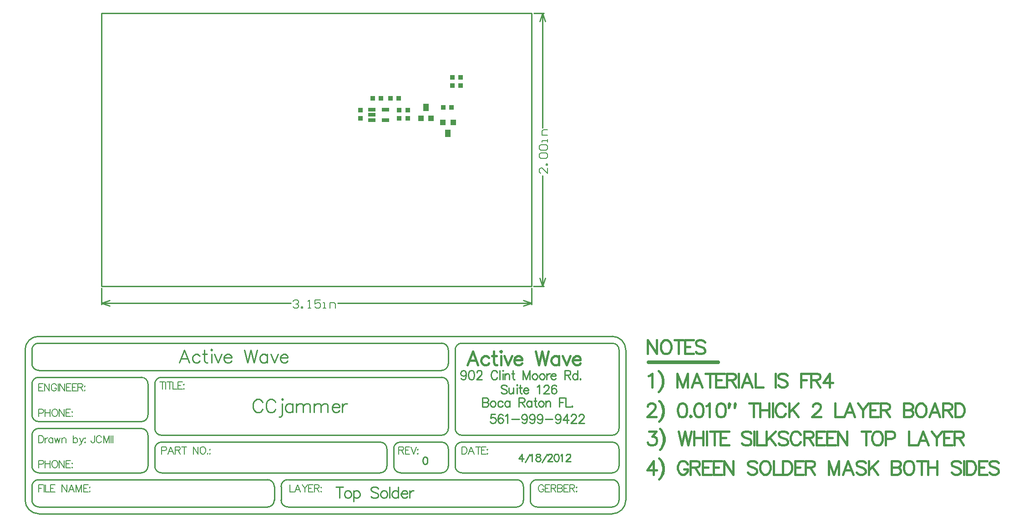
<source format=gts>
%FSLAX25Y25*%
%MOIN*%
G70*
G01*
G75*
G04 Layer_Color=8388736*
%ADD10C,0.02500*%
%ADD11R,0.03000X0.03000*%
%ADD12R,0.03600X0.03600*%
%ADD13R,0.03600X0.05000*%
%ADD14R,0.03000X0.03000*%
%ADD15R,0.05000X0.02000*%
%ADD16C,0.01200*%
%ADD17C,0.01000*%
%ADD18C,0.03000*%
%ADD19C,0.00600*%
%ADD20C,0.00900*%
%ADD21C,0.00500*%
%ADD22C,0.01500*%
%ADD23C,0.00800*%
%ADD24C,0.04000*%
%ADD25R,0.03800X0.03800*%
%ADD26R,0.04400X0.04400*%
%ADD27R,0.04400X0.05800*%
%ADD28R,0.03800X0.03800*%
%ADD29R,0.05600X0.02600*%
D10*
X400800Y-55700D02*
X451800D01*
D17*
X174366Y-147202D02*
Y-155200D01*
X171700Y-147202D02*
X177032D01*
X179889Y-149868D02*
X179127Y-150249D01*
X178365Y-151010D01*
X177984Y-152153D01*
Y-152915D01*
X178365Y-154057D01*
X179127Y-154819D01*
X179889Y-155200D01*
X181031D01*
X181793Y-154819D01*
X182555Y-154057D01*
X182936Y-152915D01*
Y-152153D01*
X182555Y-151010D01*
X181793Y-150249D01*
X181031Y-149868D01*
X179889D01*
X184688D02*
Y-157866D01*
Y-151010D02*
X185449Y-150249D01*
X186211Y-149868D01*
X187354D01*
X188116Y-150249D01*
X188877Y-151010D01*
X189258Y-152153D01*
Y-152915D01*
X188877Y-154057D01*
X188116Y-154819D01*
X187354Y-155200D01*
X186211D01*
X185449Y-154819D01*
X184688Y-154057D01*
X202589Y-148344D02*
X201827Y-147583D01*
X200684Y-147202D01*
X199161D01*
X198018Y-147583D01*
X197256Y-148344D01*
Y-149106D01*
X197637Y-149868D01*
X198018Y-150249D01*
X198780Y-150629D01*
X201065Y-151391D01*
X201827Y-151772D01*
X202208Y-152153D01*
X202589Y-152915D01*
Y-154057D01*
X201827Y-154819D01*
X200684Y-155200D01*
X199161D01*
X198018Y-154819D01*
X197256Y-154057D01*
X206283Y-149868D02*
X205521Y-150249D01*
X204760Y-151010D01*
X204379Y-152153D01*
Y-152915D01*
X204760Y-154057D01*
X205521Y-154819D01*
X206283Y-155200D01*
X207426D01*
X208187Y-154819D01*
X208949Y-154057D01*
X209330Y-152915D01*
Y-152153D01*
X208949Y-151010D01*
X208187Y-150249D01*
X207426Y-149868D01*
X206283D01*
X211082Y-147202D02*
Y-155200D01*
X217328Y-147202D02*
Y-155200D01*
Y-151010D02*
X216567Y-150249D01*
X215805Y-149868D01*
X214662D01*
X213900Y-150249D01*
X213139Y-151010D01*
X212758Y-152153D01*
Y-152915D01*
X213139Y-154057D01*
X213900Y-154819D01*
X214662Y-155200D01*
X215805D01*
X216567Y-154819D01*
X217328Y-154057D01*
X219461Y-152153D02*
X224032D01*
Y-151391D01*
X223651Y-150629D01*
X223270Y-150249D01*
X222508Y-149868D01*
X221366D01*
X220604Y-150249D01*
X219842Y-151010D01*
X219461Y-152153D01*
Y-152915D01*
X219842Y-154057D01*
X220604Y-154819D01*
X221366Y-155200D01*
X222508D01*
X223270Y-154819D01*
X224032Y-154057D01*
X225746Y-149868D02*
Y-155200D01*
Y-152153D02*
X226127Y-151010D01*
X226888Y-150249D01*
X227650Y-149868D01*
X228793D01*
X315000Y-13500D02*
Y-1500D01*
X0Y-13500D02*
Y-1500D01*
X172995Y-12500D02*
X315000D01*
X0D02*
X138805D01*
X309000Y-10500D02*
X315000Y-12500D01*
X309000Y-14500D02*
X315000Y-12500D01*
X0D02*
X6000Y-14500D01*
X0Y-12500D02*
X6000Y-10500D01*
X316500Y200000D02*
X324000D01*
X316461Y0D02*
X324000D01*
X323000Y115995D02*
Y200000D01*
Y0D02*
Y80805D01*
X321000Y194000D02*
X323000Y200000D01*
X325000Y194000D01*
X323000Y0D02*
X325000Y6000D01*
X321000D02*
X323000Y0D01*
X0Y200000D02*
X315000D01*
Y0D02*
Y200000D01*
X0Y0D02*
Y200000D01*
Y0D02*
X314961D01*
X379001Y-119194D02*
G03*
X374101Y-114294I-4900J0D01*
G01*
X264001D02*
G03*
X259001Y-119294I0J-5000D01*
G01*
X374002Y-109294D02*
G03*
X379001Y-104294I0J5000D01*
G01*
X259001D02*
G03*
X264001Y-109294I5000J0D01*
G01*
X-45998Y-36794D02*
G03*
X-55998Y-46794I0J-10000D01*
G01*
Y-156694D02*
G03*
X-46075Y-166793I10100J0D01*
G01*
X374002Y-166794D02*
G03*
X384001Y-156794I0J10000D01*
G01*
Y-46794D02*
G03*
X374002Y-36794I-10000J0D01*
G01*
X379001Y-46694D02*
G03*
X373931Y-41797I-4900J0D01*
G01*
X374002Y-136794D02*
G03*
X379001Y-131794I0J5000D01*
G01*
X379002Y-146707D02*
G03*
X374002Y-141793I-5000J-87D01*
G01*
Y-161794D02*
G03*
X379001Y-156794I0J5000D01*
G01*
X249002Y-136794D02*
G03*
X254001Y-131794I0J5000D01*
G01*
X259001Y-131894D02*
G03*
X263987Y-136793I4900J0D01*
G01*
X254001Y-119194D02*
G03*
X249101Y-114294I-4900J0D01*
G01*
X-50999Y-156794D02*
G03*
X-46086Y-161793I5000J0D01*
G01*
X249089Y-109294D02*
G03*
X254002Y-104294I-87J5000D01*
G01*
X-45998Y-141794D02*
G03*
X-50999Y-146794I0J-5000D01*
G01*
X254001Y-71794D02*
G03*
X249002Y-66794I-5000J0D01*
G01*
Y-61794D02*
G03*
X254001Y-56794I0J5000D01*
G01*
X264001Y-41794D02*
G03*
X259001Y-46794I0J-5000D01*
G01*
X254001D02*
G03*
X249002Y-41794I-5000J0D01*
G01*
X-45998D02*
G03*
X-50999Y-46794I0J-5000D01*
G01*
Y-56794D02*
G03*
X-45998Y-61794I5000J0D01*
G01*
Y-66794D02*
G03*
X-50999Y-71794I0J-5000D01*
G01*
Y-94294D02*
G03*
X-45998Y-99294I5000J0D01*
G01*
Y-104294D02*
G03*
X-50999Y-109294I0J-5000D01*
G01*
Y-131794D02*
G03*
X-46086Y-136793I5000J0D01*
G01*
X44001Y-66794D02*
G03*
X39001Y-71794I0J-5000D01*
G01*
X44001Y-114294D02*
G03*
X39002Y-119294I0J-5000D01*
G01*
X218801Y-114294D02*
G03*
X214008Y-119345I0J-4800D01*
G01*
X214001Y-131694D02*
G03*
X219012Y-136793I5100J0D01*
G01*
X204101Y-136794D02*
G03*
X209001Y-131809I0J4900D01*
G01*
X209001Y-119194D02*
G03*
X204101Y-114294I-4900J0D01*
G01*
X29101Y-136794D02*
G03*
X34001Y-131894I0J4900D01*
G01*
X39002D02*
G03*
X43902Y-136794I4900J0D01*
G01*
X39002Y-104394D02*
G03*
X43902Y-109294I4900J0D01*
G01*
X34001Y-109194D02*
G03*
X28931Y-104297I-4900J0D01*
G01*
X29201Y-99294D02*
G03*
X34001Y-94494I0J4800D01*
G01*
Y-71694D02*
G03*
X29101Y-66794I-4900J0D01*
G01*
X319002Y-141794D02*
G03*
X314001Y-146794I0J-5000D01*
G01*
Y-156894D02*
G03*
X318987Y-161793I4900J0D01*
G01*
X304118Y-161794D02*
G03*
X308999Y-156826I84J4800D01*
G01*
X309001Y-146794D02*
G03*
X304001Y-141794I-5000J0D01*
G01*
X131501Y-156794D02*
G03*
X136414Y-161793I5000J0D01*
G01*
X136502Y-141794D02*
G03*
X131501Y-146794I0J-5000D01*
G01*
X121618Y-161794D02*
G03*
X126499Y-156826I84J4800D01*
G01*
X126502Y-146794D02*
G03*
X121502Y-141794I-5000J0D01*
G01*
X379001Y-131794D02*
Y-119194D01*
X259001Y-131794D02*
Y-119294D01*
X379001Y-104294D02*
Y-46794D01*
X259001Y-104294D02*
Y-46794D01*
X-55998Y-156794D02*
Y-46794D01*
X-50999Y-156794D02*
Y-146794D01*
X379001Y-156794D02*
Y-146794D01*
X254001Y-131794D02*
Y-119294D01*
X214001Y-131794D02*
Y-119294D01*
X39002Y-131794D02*
Y-119294D01*
X209001Y-131794D02*
Y-119294D01*
X39002Y-104294D02*
Y-71794D01*
X254001Y-104294D02*
Y-71794D01*
Y-56794D02*
Y-46794D01*
X-50999Y-56794D02*
Y-46794D01*
X34001Y-94294D02*
Y-71794D01*
X-50999Y-94294D02*
Y-71794D01*
X34001Y-131794D02*
Y-109294D01*
X-50999Y-131794D02*
Y-109294D01*
X384001Y-156794D02*
Y-46794D01*
X314001Y-156794D02*
Y-146794D01*
X309001Y-156794D02*
Y-146794D01*
X131501Y-156794D02*
Y-146794D01*
X126502Y-156794D02*
Y-146794D01*
X264001Y-114294D02*
X374002D01*
X264001Y-109294D02*
X374002D01*
X44001D02*
X249002D01*
X264001Y-41794D02*
X374002D01*
X264001Y-136794D02*
X374002D01*
X219002Y-114294D02*
X249002D01*
X219002Y-136794D02*
X249002D01*
X44001D02*
X204001D01*
X44001Y-114294D02*
X204001D01*
X44001Y-66794D02*
X249002D01*
X-45998Y-61794D02*
X249002D01*
X-45998Y-66794D02*
X29002D01*
X-45998Y-99294D02*
X29002D01*
X-45998Y-104294D02*
X29002D01*
X-45998Y-136794D02*
X29002D01*
X-45998Y-36794D02*
X374002D01*
X-45998Y-166794D02*
X374002D01*
X-45998Y-41794D02*
X249002D01*
X319002Y-141794D02*
X374002D01*
X319002Y-161794D02*
X374002D01*
X136502Y-141794D02*
X304001D01*
X-45998D02*
X121502D01*
X-45998Y-161794D02*
X121502D01*
X136502D02*
X304001D01*
X279110Y-81978D02*
Y-88376D01*
Y-81978D02*
X281852D01*
X282766Y-82282D01*
X283070Y-82587D01*
X283375Y-83197D01*
Y-83806D01*
X283070Y-84415D01*
X282766Y-84720D01*
X281852Y-85025D01*
X279110D02*
X281852D01*
X282766Y-85329D01*
X283070Y-85634D01*
X283375Y-86243D01*
Y-87158D01*
X283070Y-87767D01*
X282766Y-88072D01*
X281852Y-88376D01*
X279110D01*
X286331Y-84111D02*
X285721Y-84415D01*
X285112Y-85025D01*
X284807Y-85939D01*
Y-86548D01*
X285112Y-87462D01*
X285721Y-88072D01*
X286331Y-88376D01*
X287245D01*
X287854Y-88072D01*
X288464Y-87462D01*
X288768Y-86548D01*
Y-85939D01*
X288464Y-85025D01*
X287854Y-84415D01*
X287245Y-84111D01*
X286331D01*
X293826Y-85025D02*
X293217Y-84415D01*
X292607Y-84111D01*
X291693D01*
X291084Y-84415D01*
X290475Y-85025D01*
X290170Y-85939D01*
Y-86548D01*
X290475Y-87462D01*
X291084Y-88072D01*
X291693Y-88376D01*
X292607D01*
X293217Y-88072D01*
X293826Y-87462D01*
X298854Y-84111D02*
Y-88376D01*
Y-85025D02*
X298244Y-84415D01*
X297635Y-84111D01*
X296721D01*
X296111Y-84415D01*
X295502Y-85025D01*
X295197Y-85939D01*
Y-86548D01*
X295502Y-87462D01*
X296111Y-88072D01*
X296721Y-88376D01*
X297635D01*
X298244Y-88072D01*
X298854Y-87462D01*
X305588Y-81978D02*
Y-88376D01*
Y-81978D02*
X308330D01*
X309244Y-82282D01*
X309549Y-82587D01*
X309853Y-83197D01*
Y-83806D01*
X309549Y-84415D01*
X309244Y-84720D01*
X308330Y-85025D01*
X305588D01*
X307720D02*
X309853Y-88376D01*
X314942Y-84111D02*
Y-88376D01*
Y-85025D02*
X314332Y-84415D01*
X313723Y-84111D01*
X312809D01*
X312199Y-84415D01*
X311590Y-85025D01*
X311285Y-85939D01*
Y-86548D01*
X311590Y-87462D01*
X312199Y-88072D01*
X312809Y-88376D01*
X313723D01*
X314332Y-88072D01*
X314942Y-87462D01*
X317562Y-81978D02*
Y-87158D01*
X317867Y-88072D01*
X318476Y-88376D01*
X319086D01*
X316648Y-84111D02*
X318781D01*
X321523D02*
X320914Y-84415D01*
X320304Y-85025D01*
X320000Y-85939D01*
Y-86548D01*
X320304Y-87462D01*
X320914Y-88072D01*
X321523Y-88376D01*
X322437D01*
X323047Y-88072D01*
X323656Y-87462D01*
X323961Y-86548D01*
Y-85939D01*
X323656Y-85025D01*
X323047Y-84415D01*
X322437Y-84111D01*
X321523D01*
X325362D02*
Y-88376D01*
Y-85329D02*
X326276Y-84415D01*
X326886Y-84111D01*
X327800D01*
X328409Y-84415D01*
X328714Y-85329D01*
Y-88376D01*
X335417Y-81978D02*
Y-88376D01*
Y-81978D02*
X339378D01*
X335417Y-85025D02*
X337855D01*
X340110Y-81978D02*
Y-88376D01*
X343766D01*
X344772Y-87767D02*
X344467Y-88072D01*
X344772Y-88376D01*
X345076Y-88072D01*
X344772Y-87767D01*
X267071Y-64111D02*
X266766Y-65025D01*
X266156Y-65634D01*
X265242Y-65939D01*
X264938D01*
X264024Y-65634D01*
X263414Y-65025D01*
X263109Y-64111D01*
Y-63806D01*
X263414Y-62892D01*
X264024Y-62282D01*
X264938Y-61978D01*
X265242D01*
X266156Y-62282D01*
X266766Y-62892D01*
X267071Y-64111D01*
Y-65634D01*
X266766Y-67158D01*
X266156Y-68072D01*
X265242Y-68376D01*
X264633D01*
X263719Y-68072D01*
X263414Y-67462D01*
X270636Y-61978D02*
X269721Y-62282D01*
X269112Y-63196D01*
X268807Y-64720D01*
Y-65634D01*
X269112Y-67158D01*
X269721Y-68072D01*
X270636Y-68376D01*
X271245D01*
X272159Y-68072D01*
X272768Y-67158D01*
X273073Y-65634D01*
Y-64720D01*
X272768Y-63196D01*
X272159Y-62282D01*
X271245Y-61978D01*
X270636D01*
X274810Y-63501D02*
Y-63196D01*
X275114Y-62587D01*
X275419Y-62282D01*
X276029Y-61978D01*
X277247D01*
X277857Y-62282D01*
X278162Y-62587D01*
X278466Y-63196D01*
Y-63806D01*
X278162Y-64415D01*
X277552Y-65329D01*
X274505Y-68376D01*
X278771D01*
X289801Y-63501D02*
X289496Y-62892D01*
X288887Y-62282D01*
X288277Y-61978D01*
X287059D01*
X286449Y-62282D01*
X285840Y-62892D01*
X285535Y-63501D01*
X285230Y-64415D01*
Y-65939D01*
X285535Y-66853D01*
X285840Y-67462D01*
X286449Y-68072D01*
X287059Y-68376D01*
X288277D01*
X288887Y-68072D01*
X289496Y-67462D01*
X289801Y-66853D01*
X291599Y-61978D02*
Y-68376D01*
X293549Y-61978D02*
X293853Y-62282D01*
X294158Y-61978D01*
X293853Y-61673D01*
X293549Y-61978D01*
X293853Y-64111D02*
Y-68376D01*
X295285Y-64111D02*
Y-68376D01*
Y-65329D02*
X296199Y-64415D01*
X296809Y-64111D01*
X297723D01*
X298332Y-64415D01*
X298637Y-65329D01*
Y-68376D01*
X301227Y-61978D02*
Y-67158D01*
X301532Y-68072D01*
X302141Y-68376D01*
X302750D01*
X300313Y-64111D02*
X302446D01*
X308692Y-61978D02*
Y-68376D01*
Y-61978D02*
X311130Y-68376D01*
X313567Y-61978D02*
X311130Y-68376D01*
X313567Y-61978D02*
Y-68376D01*
X316919Y-64111D02*
X316309Y-64415D01*
X315700Y-65025D01*
X315395Y-65939D01*
Y-66548D01*
X315700Y-67462D01*
X316309Y-68072D01*
X316919Y-68376D01*
X317833D01*
X318442Y-68072D01*
X319052Y-67462D01*
X319356Y-66548D01*
Y-65939D01*
X319052Y-65025D01*
X318442Y-64415D01*
X317833Y-64111D01*
X316919D01*
X322282D02*
X321672Y-64415D01*
X321063Y-65025D01*
X320758Y-65939D01*
Y-66548D01*
X321063Y-67462D01*
X321672Y-68072D01*
X322282Y-68376D01*
X323196D01*
X323805Y-68072D01*
X324414Y-67462D01*
X324719Y-66548D01*
Y-65939D01*
X324414Y-65025D01*
X323805Y-64415D01*
X323196Y-64111D01*
X322282D01*
X326121D02*
Y-68376D01*
Y-65939D02*
X326425Y-65025D01*
X327035Y-64415D01*
X327644Y-64111D01*
X328558D01*
X329137Y-65939D02*
X332794D01*
Y-65329D01*
X332489Y-64720D01*
X332184Y-64415D01*
X331575Y-64111D01*
X330661D01*
X330051Y-64415D01*
X329442Y-65025D01*
X329137Y-65939D01*
Y-66548D01*
X329442Y-67462D01*
X330051Y-68072D01*
X330661Y-68376D01*
X331575D01*
X332184Y-68072D01*
X332794Y-67462D01*
X339192Y-61978D02*
Y-68376D01*
Y-61978D02*
X341934D01*
X342849Y-62282D01*
X343153Y-62587D01*
X343458Y-63196D01*
Y-63806D01*
X343153Y-64415D01*
X342849Y-64720D01*
X341934Y-65025D01*
X339192D01*
X341325D02*
X343458Y-68376D01*
X348546Y-61978D02*
Y-68376D01*
Y-65025D02*
X347937Y-64415D01*
X347328Y-64111D01*
X346413D01*
X345804Y-64415D01*
X345195Y-65025D01*
X344890Y-65939D01*
Y-66548D01*
X345195Y-67462D01*
X345804Y-68072D01*
X346413Y-68376D01*
X347328D01*
X347937Y-68072D01*
X348546Y-67462D01*
X350557Y-67767D02*
X350253Y-68072D01*
X350557Y-68376D01*
X350862Y-68072D01*
X350557Y-67767D01*
X288266Y-93978D02*
X285219D01*
X284914Y-96720D01*
X285219Y-96415D01*
X286133Y-96111D01*
X287047D01*
X287961Y-96415D01*
X288570Y-97025D01*
X288875Y-97939D01*
Y-98548D01*
X288570Y-99462D01*
X287961Y-100072D01*
X287047Y-100376D01*
X286133D01*
X285219Y-100072D01*
X284914Y-99767D01*
X284610Y-99158D01*
X293964Y-94892D02*
X293659Y-94282D01*
X292745Y-93978D01*
X292136D01*
X291221Y-94282D01*
X290612Y-95196D01*
X290307Y-96720D01*
Y-98243D01*
X290612Y-99462D01*
X291221Y-100072D01*
X292136Y-100376D01*
X292440D01*
X293354Y-100072D01*
X293964Y-99462D01*
X294268Y-98548D01*
Y-98243D01*
X293964Y-97329D01*
X293354Y-96720D01*
X292440Y-96415D01*
X292136D01*
X291221Y-96720D01*
X290612Y-97329D01*
X290307Y-98243D01*
X295670Y-95196D02*
X296279Y-94892D01*
X297193Y-93978D01*
Y-100376D01*
X300362Y-97634D02*
X305847D01*
X311697Y-96111D02*
X311392Y-97025D01*
X310783Y-97634D01*
X309869Y-97939D01*
X309564D01*
X308650Y-97634D01*
X308041Y-97025D01*
X307736Y-96111D01*
Y-95806D01*
X308041Y-94892D01*
X308650Y-94282D01*
X309564Y-93978D01*
X309869D01*
X310783Y-94282D01*
X311392Y-94892D01*
X311697Y-96111D01*
Y-97634D01*
X311392Y-99158D01*
X310783Y-100072D01*
X309869Y-100376D01*
X309259D01*
X308345Y-100072D01*
X308041Y-99462D01*
X317395Y-96111D02*
X317090Y-97025D01*
X316481Y-97634D01*
X315567Y-97939D01*
X315262D01*
X314348Y-97634D01*
X313738Y-97025D01*
X313434Y-96111D01*
Y-95806D01*
X313738Y-94892D01*
X314348Y-94282D01*
X315262Y-93978D01*
X315567D01*
X316481Y-94282D01*
X317090Y-94892D01*
X317395Y-96111D01*
Y-97634D01*
X317090Y-99158D01*
X316481Y-100072D01*
X315567Y-100376D01*
X314957D01*
X314043Y-100072D01*
X313738Y-99462D01*
X323093Y-96111D02*
X322788Y-97025D01*
X322179Y-97634D01*
X321265Y-97939D01*
X320960D01*
X320046Y-97634D01*
X319436Y-97025D01*
X319132Y-96111D01*
Y-95806D01*
X319436Y-94892D01*
X320046Y-94282D01*
X320960Y-93978D01*
X321265D01*
X322179Y-94282D01*
X322788Y-94892D01*
X323093Y-96111D01*
Y-97634D01*
X322788Y-99158D01*
X322179Y-100072D01*
X321265Y-100376D01*
X320655D01*
X319741Y-100072D01*
X319436Y-99462D01*
X324829Y-97634D02*
X330314D01*
X336164Y-96111D02*
X335859Y-97025D01*
X335250Y-97634D01*
X334336Y-97939D01*
X334031D01*
X333117Y-97634D01*
X332508Y-97025D01*
X332203Y-96111D01*
Y-95806D01*
X332508Y-94892D01*
X333117Y-94282D01*
X334031Y-93978D01*
X334336D01*
X335250Y-94282D01*
X335859Y-94892D01*
X336164Y-96111D01*
Y-97634D01*
X335859Y-99158D01*
X335250Y-100072D01*
X334336Y-100376D01*
X333727D01*
X332812Y-100072D01*
X332508Y-99462D01*
X340948Y-93978D02*
X337901Y-98243D01*
X342471D01*
X340948Y-93978D02*
Y-100376D01*
X343903Y-95501D02*
Y-95196D01*
X344208Y-94587D01*
X344513Y-94282D01*
X345122Y-93978D01*
X346341D01*
X346950Y-94282D01*
X347255Y-94587D01*
X347560Y-95196D01*
Y-95806D01*
X347255Y-96415D01*
X346646Y-97329D01*
X343599Y-100376D01*
X347865D01*
X349601Y-95501D02*
Y-95196D01*
X349906Y-94587D01*
X350211Y-94282D01*
X350820Y-93978D01*
X352039D01*
X352648Y-94282D01*
X352953Y-94587D01*
X353258Y-95196D01*
Y-95806D01*
X352953Y-96415D01*
X352344Y-97329D01*
X349297Y-100376D01*
X353562D01*
X296875Y-73392D02*
X296266Y-72782D01*
X295352Y-72478D01*
X294133D01*
X293219Y-72782D01*
X292610Y-73392D01*
Y-74001D01*
X292914Y-74611D01*
X293219Y-74915D01*
X293828Y-75220D01*
X295656Y-75829D01*
X296266Y-76134D01*
X296570Y-76439D01*
X296875Y-77048D01*
Y-77962D01*
X296266Y-78572D01*
X295352Y-78876D01*
X294133D01*
X293219Y-78572D01*
X292610Y-77962D01*
X298307Y-74611D02*
Y-77658D01*
X298612Y-78572D01*
X299221Y-78876D01*
X300135D01*
X300745Y-78572D01*
X301659Y-77658D01*
Y-74611D02*
Y-78876D01*
X303944Y-72478D02*
X304249Y-72782D01*
X304554Y-72478D01*
X304249Y-72173D01*
X303944Y-72478D01*
X304249Y-74611D02*
Y-78876D01*
X306595Y-72478D02*
Y-77658D01*
X306900Y-78572D01*
X307509Y-78876D01*
X308119D01*
X305681Y-74611D02*
X307814D01*
X309033Y-76439D02*
X312689D01*
Y-75829D01*
X312384Y-75220D01*
X312080Y-74915D01*
X311470Y-74611D01*
X310556D01*
X309947Y-74915D01*
X309337Y-75525D01*
X309033Y-76439D01*
Y-77048D01*
X309337Y-77962D01*
X309947Y-78572D01*
X310556Y-78876D01*
X311470D01*
X312080Y-78572D01*
X312689Y-77962D01*
X319088Y-73697D02*
X319697Y-73392D01*
X320611Y-72478D01*
Y-78876D01*
X324085Y-74001D02*
Y-73697D01*
X324389Y-73087D01*
X324694Y-72782D01*
X325303Y-72478D01*
X326522D01*
X327132Y-72782D01*
X327436Y-73087D01*
X327741Y-73697D01*
Y-74306D01*
X327436Y-74915D01*
X326827Y-75829D01*
X323780Y-78876D01*
X328046D01*
X333134Y-73392D02*
X332829Y-72782D01*
X331915Y-72478D01*
X331306D01*
X330392Y-72782D01*
X329783Y-73697D01*
X329478Y-75220D01*
Y-76744D01*
X329783Y-77962D01*
X330392Y-78572D01*
X331306Y-78876D01*
X331611D01*
X332525Y-78572D01*
X333134Y-77962D01*
X333439Y-77048D01*
Y-76744D01*
X333134Y-75829D01*
X332525Y-75220D01*
X331611Y-74915D01*
X331306D01*
X330392Y-75220D01*
X329783Y-75829D01*
X329478Y-76744D01*
D19*
X140405Y-11101D02*
X141405Y-10101D01*
X143404D01*
X144404Y-11101D01*
Y-12100D01*
X143404Y-13100D01*
X142404D01*
X143404D01*
X144404Y-14100D01*
Y-15099D01*
X143404Y-16099D01*
X141405D01*
X140405Y-15099D01*
X146403Y-16099D02*
Y-15099D01*
X147403D01*
Y-16099D01*
X146403D01*
X151401D02*
X153401D01*
X152401D01*
Y-10101D01*
X151401Y-11101D01*
X160398Y-10101D02*
X156400D01*
Y-13100D01*
X158399Y-12100D01*
X159399D01*
X160398Y-13100D01*
Y-15099D01*
X159399Y-16099D01*
X157399D01*
X156400Y-15099D01*
X162398Y-16099D02*
X164397D01*
X163398D01*
Y-12100D01*
X162398D01*
X167396Y-16099D02*
Y-12100D01*
X170395D01*
X171395Y-13100D01*
Y-16099D01*
X326599Y86404D02*
Y82405D01*
X322600Y86404D01*
X321601D01*
X320601Y85404D01*
Y83405D01*
X321601Y82405D01*
X326599Y88403D02*
X325599D01*
Y89403D01*
X326599D01*
Y88403D01*
X321601Y93402D02*
X320601Y94401D01*
Y96401D01*
X321601Y97400D01*
X325599D01*
X326599Y96401D01*
Y94401D01*
X325599Y93402D01*
X321601D01*
Y99400D02*
X320601Y100399D01*
Y102399D01*
X321601Y103398D01*
X325599D01*
X326599Y102399D01*
Y100399D01*
X325599Y99400D01*
X321601D01*
X326599Y105398D02*
Y107397D01*
Y106397D01*
X322600D01*
Y105398D01*
X326599Y110396D02*
X322600D01*
Y113395D01*
X323600Y114395D01*
X326599D01*
D20*
X236775Y-125212D02*
X236013Y-125466D01*
X235505Y-126227D01*
X235251Y-127497D01*
Y-128259D01*
X235505Y-129528D01*
X236013Y-130290D01*
X236775Y-130544D01*
X237283D01*
X238044Y-130290D01*
X238552Y-129528D01*
X238806Y-128259D01*
Y-127497D01*
X238552Y-126227D01*
X238044Y-125466D01*
X237283Y-125212D01*
X236775D01*
X117856Y-85187D02*
X117399Y-84273D01*
X116484Y-83359D01*
X115570Y-82902D01*
X113742D01*
X112828Y-83359D01*
X111914Y-84273D01*
X111457Y-85187D01*
X111000Y-86558D01*
Y-88844D01*
X111457Y-90215D01*
X111914Y-91129D01*
X112828Y-92043D01*
X113742Y-92500D01*
X115570D01*
X116484Y-92043D01*
X117399Y-91129D01*
X117856Y-90215D01*
X127408Y-85187D02*
X126951Y-84273D01*
X126037Y-83359D01*
X125123Y-82902D01*
X123294D01*
X122380Y-83359D01*
X121466Y-84273D01*
X121009Y-85187D01*
X120552Y-86558D01*
Y-88844D01*
X121009Y-90215D01*
X121466Y-91129D01*
X122380Y-92043D01*
X123294Y-92500D01*
X125123D01*
X126037Y-92043D01*
X126951Y-91129D01*
X127408Y-90215D01*
X131933Y-82902D02*
X132390Y-83359D01*
X132847Y-82902D01*
X132390Y-82445D01*
X131933Y-82902D01*
X132390Y-86101D02*
Y-93871D01*
X131933Y-95242D01*
X131019Y-95699D01*
X130104D01*
X140114Y-86101D02*
Y-92500D01*
Y-87472D02*
X139200Y-86558D01*
X138286Y-86101D01*
X136914D01*
X136000Y-86558D01*
X135086Y-87472D01*
X134629Y-88844D01*
Y-89758D01*
X135086Y-91129D01*
X136000Y-92043D01*
X136914Y-92500D01*
X138286D01*
X139200Y-92043D01*
X140114Y-91129D01*
X142673Y-86101D02*
Y-92500D01*
Y-87929D02*
X144044Y-86558D01*
X144958Y-86101D01*
X146330D01*
X147244Y-86558D01*
X147701Y-87929D01*
Y-92500D01*
Y-87929D02*
X149072Y-86558D01*
X149986Y-86101D01*
X151357D01*
X152271Y-86558D01*
X152728Y-87929D01*
Y-92500D01*
X155745Y-86101D02*
Y-92500D01*
Y-87929D02*
X157116Y-86558D01*
X158030Y-86101D01*
X159401D01*
X160315Y-86558D01*
X160772Y-87929D01*
Y-92500D01*
Y-87929D02*
X162143Y-86558D01*
X163057Y-86101D01*
X164428D01*
X165343Y-86558D01*
X165800Y-87929D01*
Y-92500D01*
X168816Y-88844D02*
X174301D01*
Y-87929D01*
X173844Y-87015D01*
X173387Y-86558D01*
X172473Y-86101D01*
X171101D01*
X170187Y-86558D01*
X169273Y-87472D01*
X168816Y-88844D01*
Y-89758D01*
X169273Y-91129D01*
X170187Y-92043D01*
X171101Y-92500D01*
X172473D01*
X173387Y-92043D01*
X174301Y-91129D01*
X176357Y-86101D02*
Y-92500D01*
Y-88844D02*
X176814Y-87472D01*
X177728Y-86558D01*
X178643Y-86101D01*
X180014D01*
X64314Y-56294D02*
X60658Y-46696D01*
X57001Y-56294D01*
X58372Y-53095D02*
X62943D01*
X72038Y-51267D02*
X71124Y-50353D01*
X70210Y-49895D01*
X68839D01*
X67925Y-50353D01*
X67011Y-51267D01*
X66554Y-52638D01*
Y-53552D01*
X67011Y-54923D01*
X67925Y-55837D01*
X68839Y-56294D01*
X70210D01*
X71124Y-55837D01*
X72038Y-54923D01*
X75466Y-46696D02*
Y-54466D01*
X75923Y-55837D01*
X76837Y-56294D01*
X77751D01*
X74095Y-49895D02*
X77294D01*
X80036Y-46696D02*
X80493Y-47153D01*
X80950Y-46696D01*
X80493Y-46239D01*
X80036Y-46696D01*
X80493Y-49895D02*
Y-56294D01*
X82642Y-49895D02*
X85384Y-56294D01*
X88126Y-49895D02*
X85384Y-56294D01*
X89680Y-52638D02*
X95165D01*
Y-51724D01*
X94708Y-50810D01*
X94251Y-50353D01*
X93336Y-49895D01*
X91965D01*
X91051Y-50353D01*
X90137Y-51267D01*
X89680Y-52638D01*
Y-53552D01*
X90137Y-54923D01*
X91051Y-55837D01*
X91965Y-56294D01*
X93336D01*
X94251Y-55837D01*
X95165Y-54923D01*
X104763Y-46696D02*
X107048Y-56294D01*
X109333Y-46696D02*
X107048Y-56294D01*
X109333Y-46696D02*
X111618Y-56294D01*
X113903Y-46696D02*
X111618Y-56294D01*
X121308Y-49895D02*
Y-56294D01*
Y-51267D02*
X120394Y-50353D01*
X119479Y-49895D01*
X118108D01*
X117194Y-50353D01*
X116280Y-51267D01*
X115823Y-52638D01*
Y-53552D01*
X116280Y-54923D01*
X117194Y-55837D01*
X118108Y-56294D01*
X119479D01*
X120394Y-55837D01*
X121308Y-54923D01*
X123867Y-49895D02*
X126609Y-56294D01*
X129352Y-49895D02*
X126609Y-56294D01*
X130905Y-52638D02*
X136390D01*
Y-51724D01*
X135933Y-50810D01*
X135476Y-50353D01*
X134562Y-49895D01*
X133191D01*
X132277Y-50353D01*
X131363Y-51267D01*
X130905Y-52638D01*
Y-53552D01*
X131363Y-54923D01*
X132277Y-55837D01*
X133191Y-56294D01*
X134562D01*
X135476Y-55837D01*
X136390Y-54923D01*
X308018Y-123008D02*
X305479Y-126563D01*
X309287D01*
X308018Y-123008D02*
Y-128340D01*
X310227Y-129102D02*
X313782Y-123008D01*
X314137Y-124023D02*
X314645Y-123769D01*
X315407Y-123008D01*
Y-128340D01*
X319317Y-123008D02*
X318555Y-123262D01*
X318301Y-123769D01*
Y-124277D01*
X318555Y-124785D01*
X319063Y-125039D01*
X320079Y-125293D01*
X320841Y-125547D01*
X321348Y-126055D01*
X321602Y-126563D01*
Y-127324D01*
X321348Y-127832D01*
X321094Y-128086D01*
X320333Y-128340D01*
X319317D01*
X318555Y-128086D01*
X318301Y-127832D01*
X318047Y-127324D01*
Y-126563D01*
X318301Y-126055D01*
X318809Y-125547D01*
X319571Y-125293D01*
X320587Y-125039D01*
X321094Y-124785D01*
X321348Y-124277D01*
Y-123769D01*
X321094Y-123262D01*
X320333Y-123008D01*
X319317D01*
X322796Y-129102D02*
X326350Y-123008D01*
X326960Y-124277D02*
Y-124023D01*
X327214Y-123516D01*
X327468Y-123262D01*
X327976Y-123008D01*
X328991D01*
X329499Y-123262D01*
X329753Y-123516D01*
X330007Y-124023D01*
Y-124531D01*
X329753Y-125039D01*
X329245Y-125801D01*
X326706Y-128340D01*
X330261D01*
X332978Y-123008D02*
X332216Y-123262D01*
X331708Y-124023D01*
X331454Y-125293D01*
Y-126055D01*
X331708Y-127324D01*
X332216Y-128086D01*
X332978Y-128340D01*
X333486D01*
X334247Y-128086D01*
X334755Y-127324D01*
X335009Y-126055D01*
Y-125293D01*
X334755Y-124023D01*
X334247Y-123262D01*
X333486Y-123008D01*
X332978D01*
X336203Y-124023D02*
X336710Y-123769D01*
X337472Y-123008D01*
Y-128340D01*
X340367Y-124277D02*
Y-124023D01*
X340621Y-123516D01*
X340875Y-123262D01*
X341382Y-123008D01*
X342398D01*
X342906Y-123262D01*
X343160Y-123516D01*
X343414Y-124023D01*
Y-124531D01*
X343160Y-125039D01*
X342652Y-125801D01*
X340113Y-128340D01*
X343668D01*
D21*
X264001Y-117712D02*
Y-123044D01*
Y-117712D02*
X265779D01*
X266541Y-117966D01*
X267049Y-118474D01*
X267302Y-118981D01*
X267556Y-119743D01*
Y-121013D01*
X267302Y-121774D01*
X267049Y-122282D01*
X266541Y-122790D01*
X265779Y-123044D01*
X264001D01*
X272812D02*
X270781Y-117712D01*
X268750Y-123044D01*
X269511Y-121267D02*
X272051D01*
X275834Y-117712D02*
Y-123044D01*
X274057Y-117712D02*
X277611D01*
X281547D02*
X278246D01*
Y-123044D01*
X281547D01*
X278246Y-120251D02*
X280277D01*
X282690Y-119489D02*
X282436Y-119743D01*
X282690Y-119997D01*
X282944Y-119743D01*
X282690Y-119489D01*
Y-122536D02*
X282436Y-122790D01*
X282690Y-123044D01*
X282944Y-122790D01*
X282690Y-122536D01*
X217752Y-117712D02*
Y-123044D01*
Y-117712D02*
X220037D01*
X220798Y-117966D01*
X221052Y-118220D01*
X221306Y-118728D01*
Y-119235D01*
X221052Y-119743D01*
X220798Y-119997D01*
X220037Y-120251D01*
X217752D01*
X219529D02*
X221306Y-123044D01*
X225801Y-117712D02*
X222500D01*
Y-123044D01*
X225801D01*
X222500Y-120251D02*
X224531D01*
X226689Y-117712D02*
X228721Y-123044D01*
X230752Y-117712D02*
X228721Y-123044D01*
X231691Y-119489D02*
X231437Y-119743D01*
X231691Y-119997D01*
X231945Y-119743D01*
X231691Y-119489D01*
Y-122536D02*
X231437Y-122790D01*
X231691Y-123044D01*
X231945Y-122790D01*
X231691Y-122536D01*
X-45998Y-93005D02*
X-43713D01*
X-42952Y-92751D01*
X-42698Y-92497D01*
X-42444Y-91989D01*
Y-91228D01*
X-42698Y-90720D01*
X-42952Y-90466D01*
X-43713Y-90212D01*
X-45998D01*
Y-95544D01*
X-41250Y-90212D02*
Y-95544D01*
X-37696Y-90212D02*
Y-95544D01*
X-41250Y-92751D02*
X-37696D01*
X-34699Y-90212D02*
X-35207Y-90466D01*
X-35715Y-90974D01*
X-35969Y-91481D01*
X-36223Y-92243D01*
Y-93513D01*
X-35969Y-94274D01*
X-35715Y-94782D01*
X-35207Y-95290D01*
X-34699Y-95544D01*
X-33684D01*
X-33176Y-95290D01*
X-32668Y-94782D01*
X-32414Y-94274D01*
X-32160Y-93513D01*
Y-92243D01*
X-32414Y-91481D01*
X-32668Y-90974D01*
X-33176Y-90466D01*
X-33684Y-90212D01*
X-34699D01*
X-30916D02*
Y-95544D01*
Y-90212D02*
X-27361Y-95544D01*
Y-90212D02*
Y-95544D01*
X-22588Y-90212D02*
X-25888D01*
Y-95544D01*
X-22588D01*
X-25888Y-92751D02*
X-23857D01*
X-21445Y-91989D02*
X-21699Y-92243D01*
X-21445Y-92497D01*
X-21191Y-92243D01*
X-21445Y-91989D01*
Y-95036D02*
X-21699Y-95290D01*
X-21445Y-95544D01*
X-21191Y-95290D01*
X-21445Y-95036D01*
X-45998Y-130505D02*
X-43713D01*
X-42952Y-130251D01*
X-42698Y-129997D01*
X-42444Y-129489D01*
Y-128727D01*
X-42698Y-128220D01*
X-42952Y-127966D01*
X-43713Y-127712D01*
X-45998D01*
Y-133044D01*
X-41250Y-127712D02*
Y-133044D01*
X-37696Y-127712D02*
Y-133044D01*
X-41250Y-130251D02*
X-37696D01*
X-34699Y-127712D02*
X-35207Y-127966D01*
X-35715Y-128474D01*
X-35969Y-128981D01*
X-36223Y-129743D01*
Y-131013D01*
X-35969Y-131774D01*
X-35715Y-132282D01*
X-35207Y-132790D01*
X-34699Y-133044D01*
X-33684D01*
X-33176Y-132790D01*
X-32668Y-132282D01*
X-32414Y-131774D01*
X-32160Y-131013D01*
Y-129743D01*
X-32414Y-128981D01*
X-32668Y-128474D01*
X-33176Y-127966D01*
X-33684Y-127712D01*
X-34699D01*
X-30916D02*
Y-133044D01*
Y-127712D02*
X-27361Y-133044D01*
Y-127712D02*
Y-133044D01*
X-22588Y-127712D02*
X-25888D01*
Y-133044D01*
X-22588D01*
X-25888Y-130251D02*
X-23857D01*
X-21445Y-129489D02*
X-21699Y-129743D01*
X-21445Y-129997D01*
X-21191Y-129743D01*
X-21445Y-129489D01*
Y-132536D02*
X-21699Y-132790D01*
X-21445Y-133044D01*
X-21191Y-132790D01*
X-21445Y-132536D01*
X138002Y-145462D02*
Y-150794D01*
X141049D01*
X145695D02*
X143664Y-145462D01*
X141632Y-150794D01*
X142394Y-149017D02*
X144933D01*
X146939Y-145462D02*
X148971Y-148001D01*
Y-150794D01*
X151002Y-145462D02*
X148971Y-148001D01*
X154988Y-145462D02*
X151688D01*
Y-150794D01*
X154988D01*
X151688Y-148001D02*
X153719D01*
X155877Y-145462D02*
Y-150794D01*
Y-145462D02*
X158162D01*
X158924Y-145716D01*
X159178Y-145970D01*
X159432Y-146477D01*
Y-146985D01*
X159178Y-147493D01*
X158924Y-147747D01*
X158162Y-148001D01*
X155877D01*
X157655D02*
X159432Y-150794D01*
X160879Y-147239D02*
X160625Y-147493D01*
X160879Y-147747D01*
X161133Y-147493D01*
X160879Y-147239D01*
Y-150286D02*
X160625Y-150540D01*
X160879Y-150794D01*
X161133Y-150540D01*
X160879Y-150286D01*
X-42698Y-71462D02*
X-45998D01*
Y-76794D01*
X-42698D01*
X-45998Y-74001D02*
X-43967D01*
X-41809Y-71462D02*
Y-76794D01*
Y-71462D02*
X-38254Y-76794D01*
Y-71462D02*
Y-76794D01*
X-32973Y-72731D02*
X-33227Y-72224D01*
X-33734Y-71716D01*
X-34242Y-71462D01*
X-35258D01*
X-35766Y-71716D01*
X-36274Y-72224D01*
X-36527Y-72731D01*
X-36781Y-73493D01*
Y-74763D01*
X-36527Y-75524D01*
X-36274Y-76032D01*
X-35766Y-76540D01*
X-35258Y-76794D01*
X-34242D01*
X-33734Y-76540D01*
X-33227Y-76032D01*
X-32973Y-75524D01*
Y-74763D01*
X-34242D02*
X-32973D01*
X-31754Y-71462D02*
Y-76794D01*
X-30637Y-71462D02*
Y-76794D01*
Y-71462D02*
X-27082Y-76794D01*
Y-71462D02*
Y-76794D01*
X-22308Y-71462D02*
X-25609D01*
Y-76794D01*
X-22308D01*
X-25609Y-74001D02*
X-23578D01*
X-18119Y-71462D02*
X-21419D01*
Y-76794D01*
X-18119D01*
X-21419Y-74001D02*
X-19388D01*
X-17230Y-71462D02*
Y-76794D01*
Y-71462D02*
X-14945D01*
X-14183Y-71716D01*
X-13929Y-71970D01*
X-13675Y-72478D01*
Y-72985D01*
X-13929Y-73493D01*
X-14183Y-73747D01*
X-14945Y-74001D01*
X-17230D01*
X-15452D02*
X-13675Y-76794D01*
X-12228Y-73239D02*
X-12482Y-73493D01*
X-12228Y-73747D01*
X-11974Y-73493D01*
X-12228Y-73239D01*
Y-76286D02*
X-12482Y-76540D01*
X-12228Y-76794D01*
X-11974Y-76540D01*
X-12228Y-76286D01*
X44001Y-120505D02*
X46287D01*
X47049Y-120251D01*
X47302Y-119997D01*
X47556Y-119489D01*
Y-118728D01*
X47302Y-118220D01*
X47049Y-117966D01*
X46287Y-117712D01*
X44001D01*
Y-123044D01*
X52812D02*
X50781Y-117712D01*
X48750Y-123044D01*
X49511Y-121267D02*
X52051D01*
X54057Y-117712D02*
Y-123044D01*
Y-117712D02*
X56342D01*
X57104Y-117966D01*
X57357Y-118220D01*
X57611Y-118728D01*
Y-119235D01*
X57357Y-119743D01*
X57104Y-119997D01*
X56342Y-120251D01*
X54057D01*
X55834D02*
X57611Y-123044D01*
X60582Y-117712D02*
Y-123044D01*
X58805Y-117712D02*
X62359D01*
X67184D02*
Y-123044D01*
Y-117712D02*
X70739Y-123044D01*
Y-117712D02*
Y-123044D01*
X73735Y-117712D02*
X73227Y-117966D01*
X72719Y-118474D01*
X72465Y-118981D01*
X72211Y-119743D01*
Y-121013D01*
X72465Y-121774D01*
X72719Y-122282D01*
X73227Y-122790D01*
X73735Y-123044D01*
X74751D01*
X75258Y-122790D01*
X75766Y-122282D01*
X76020Y-121774D01*
X76274Y-121013D01*
Y-119743D01*
X76020Y-118981D01*
X75766Y-118474D01*
X75258Y-117966D01*
X74751Y-117712D01*
X73735D01*
X77772Y-122536D02*
X77518Y-122790D01*
X77772Y-123044D01*
X78026Y-122790D01*
X77772Y-122536D01*
X79448Y-119489D02*
X79194Y-119743D01*
X79448Y-119997D01*
X79702Y-119743D01*
X79448Y-119489D01*
Y-122536D02*
X79194Y-122790D01*
X79448Y-123044D01*
X79702Y-122790D01*
X79448Y-122536D01*
X44529Y-70212D02*
Y-75544D01*
X42752Y-70212D02*
X46306D01*
X46941D02*
Y-75544D01*
X49836Y-70212D02*
Y-75544D01*
X48058Y-70212D02*
X51613D01*
X52248D02*
Y-75544D01*
X55295D01*
X59180Y-70212D02*
X55879D01*
Y-75544D01*
X59180D01*
X55879Y-72751D02*
X57910D01*
X60322Y-71989D02*
X60069Y-72243D01*
X60322Y-72497D01*
X60576Y-72243D01*
X60322Y-71989D01*
Y-75036D02*
X60069Y-75290D01*
X60322Y-75544D01*
X60576Y-75290D01*
X60322Y-75036D01*
X-45998Y-109462D02*
Y-114794D01*
Y-109462D02*
X-44221D01*
X-43459Y-109716D01*
X-42952Y-110224D01*
X-42698Y-110731D01*
X-42444Y-111493D01*
Y-112763D01*
X-42698Y-113524D01*
X-42952Y-114032D01*
X-43459Y-114540D01*
X-44221Y-114794D01*
X-45998D01*
X-41250Y-111239D02*
Y-114794D01*
Y-112763D02*
X-40996Y-112001D01*
X-40489Y-111493D01*
X-39981Y-111239D01*
X-39219D01*
X-35690D02*
Y-114794D01*
Y-112001D02*
X-36197Y-111493D01*
X-36705Y-111239D01*
X-37467D01*
X-37975Y-111493D01*
X-38483Y-112001D01*
X-38737Y-112763D01*
Y-113271D01*
X-38483Y-114032D01*
X-37975Y-114540D01*
X-37467Y-114794D01*
X-36705D01*
X-36197Y-114540D01*
X-35690Y-114032D01*
X-34268Y-111239D02*
X-33252Y-114794D01*
X-32236Y-111239D02*
X-33252Y-114794D01*
X-32236Y-111239D02*
X-31221Y-114794D01*
X-30205Y-111239D02*
X-31221Y-114794D01*
X-28961Y-111239D02*
Y-114794D01*
Y-112255D02*
X-28199Y-111493D01*
X-27691Y-111239D01*
X-26930D01*
X-26422Y-111493D01*
X-26168Y-112255D01*
Y-114794D01*
X-20582Y-109462D02*
Y-114794D01*
Y-112001D02*
X-20074Y-111493D01*
X-19566Y-111239D01*
X-18804D01*
X-18296Y-111493D01*
X-17789Y-112001D01*
X-17535Y-112763D01*
Y-113271D01*
X-17789Y-114032D01*
X-18296Y-114540D01*
X-18804Y-114794D01*
X-19566D01*
X-20074Y-114540D01*
X-20582Y-114032D01*
X-16138Y-111239D02*
X-14615Y-114794D01*
X-13091Y-111239D02*
X-14615Y-114794D01*
X-15122Y-115810D01*
X-15630Y-116318D01*
X-16138Y-116571D01*
X-16392D01*
X-11948Y-111239D02*
X-12202Y-111493D01*
X-11948Y-111747D01*
X-11695Y-111493D01*
X-11948Y-111239D01*
Y-114286D02*
X-12202Y-114540D01*
X-11948Y-114794D01*
X-11695Y-114540D01*
X-11948Y-114286D01*
X-45998Y-145462D02*
Y-150794D01*
Y-145462D02*
X-42698D01*
X-45998Y-148001D02*
X-43967D01*
X-42088Y-145462D02*
Y-150794D01*
X-40971Y-145462D02*
Y-150794D01*
X-37924D01*
X-34039Y-145462D02*
X-37340D01*
Y-150794D01*
X-34039D01*
X-37340Y-148001D02*
X-35309D01*
X-28961Y-145462D02*
Y-150794D01*
Y-145462D02*
X-25406Y-150794D01*
Y-145462D02*
Y-150794D01*
X-19871D02*
X-21902Y-145462D01*
X-23933Y-150794D01*
X-23171Y-149017D02*
X-20632D01*
X-18627Y-145462D02*
Y-150794D01*
Y-145462D02*
X-16595Y-150794D01*
X-14564Y-145462D02*
X-16595Y-150794D01*
X-14564Y-145462D02*
Y-150794D01*
X-9739Y-145462D02*
X-13040D01*
Y-150794D01*
X-9739D01*
X-13040Y-148001D02*
X-11009D01*
X-8597Y-147239D02*
X-8851Y-147493D01*
X-8597Y-147747D01*
X-8343Y-147493D01*
X-8597Y-147239D01*
Y-150286D02*
X-8851Y-150540D01*
X-8597Y-150794D01*
X-8343Y-150540D01*
X-8597Y-150286D01*
X323810Y-146731D02*
X323556Y-146224D01*
X323048Y-145716D01*
X322541Y-145462D01*
X321525D01*
X321017Y-145716D01*
X320509Y-146224D01*
X320255Y-146731D01*
X320002Y-147493D01*
Y-148763D01*
X320255Y-149524D01*
X320509Y-150032D01*
X321017Y-150540D01*
X321525Y-150794D01*
X322541D01*
X323048Y-150540D01*
X323556Y-150032D01*
X323810Y-149524D01*
Y-148763D01*
X322541D02*
X323810D01*
X328330Y-145462D02*
X325029D01*
Y-150794D01*
X328330D01*
X325029Y-148001D02*
X327060D01*
X329219Y-145462D02*
Y-150794D01*
Y-145462D02*
X331504D01*
X332266Y-145716D01*
X332520Y-145970D01*
X332773Y-146477D01*
Y-146985D01*
X332520Y-147493D01*
X332266Y-147747D01*
X331504Y-148001D01*
X329219D01*
X330996D02*
X332773Y-150794D01*
X333967Y-145462D02*
Y-150794D01*
Y-145462D02*
X336252D01*
X337014Y-145716D01*
X337268Y-145970D01*
X337522Y-146477D01*
Y-146985D01*
X337268Y-147493D01*
X337014Y-147747D01*
X336252Y-148001D01*
X333967D02*
X336252D01*
X337014Y-148255D01*
X337268Y-148509D01*
X337522Y-149017D01*
Y-149778D01*
X337268Y-150286D01*
X337014Y-150540D01*
X336252Y-150794D01*
X333967D01*
X342016Y-145462D02*
X338715D01*
Y-150794D01*
X342016D01*
X338715Y-148001D02*
X340746D01*
X342905Y-145462D02*
Y-150794D01*
Y-145462D02*
X345190D01*
X345952Y-145716D01*
X346205Y-145970D01*
X346459Y-146477D01*
Y-146985D01*
X346205Y-147493D01*
X345952Y-147747D01*
X345190Y-148001D01*
X342905D01*
X344682D02*
X346459Y-150794D01*
X347907Y-147239D02*
X347653Y-147493D01*
X347907Y-147747D01*
X348161Y-147493D01*
X347907Y-147239D01*
Y-150286D02*
X347653Y-150540D01*
X347907Y-150794D01*
X348161Y-150540D01*
X347907Y-150286D01*
D22*
X275727Y-57876D02*
X271918Y-47879D01*
X268109Y-57876D01*
X269538Y-54544D02*
X274299D01*
X283773Y-52639D02*
X282821Y-51687D01*
X281868Y-51211D01*
X280440D01*
X279488Y-51687D01*
X278536Y-52639D01*
X278060Y-54068D01*
Y-55020D01*
X278536Y-56448D01*
X279488Y-57400D01*
X280440Y-57876D01*
X281868D01*
X282821Y-57400D01*
X283773Y-56448D01*
X287343Y-47879D02*
Y-55972D01*
X287820Y-57400D01*
X288772Y-57876D01*
X289724D01*
X285915Y-51211D02*
X289248D01*
X292104Y-47879D02*
X292580Y-48355D01*
X293057Y-47879D01*
X292580Y-47402D01*
X292104Y-47879D01*
X292580Y-51211D02*
Y-57876D01*
X294818Y-51211D02*
X297675Y-57876D01*
X300531Y-51211D02*
X297675Y-57876D01*
X302150Y-54068D02*
X307863D01*
Y-53115D01*
X307387Y-52163D01*
X306911Y-51687D01*
X305959Y-51211D01*
X304530D01*
X303578Y-51687D01*
X302626Y-52639D01*
X302150Y-54068D01*
Y-55020D01*
X302626Y-56448D01*
X303578Y-57400D01*
X304530Y-57876D01*
X305959D01*
X306911Y-57400D01*
X307863Y-56448D01*
X317861Y-47879D02*
X320241Y-57876D01*
X322622Y-47879D02*
X320241Y-57876D01*
X322622Y-47879D02*
X325002Y-57876D01*
X327382Y-47879D02*
X325002Y-57876D01*
X335095Y-51211D02*
Y-57876D01*
Y-52639D02*
X334143Y-51687D01*
X333191Y-51211D01*
X331763D01*
X330810Y-51687D01*
X329858Y-52639D01*
X329382Y-54068D01*
Y-55020D01*
X329858Y-56448D01*
X330810Y-57400D01*
X331763Y-57876D01*
X333191D01*
X334143Y-57400D01*
X335095Y-56448D01*
X337761Y-51211D02*
X340618Y-57876D01*
X343474Y-51211D02*
X340618Y-57876D01*
X345093Y-54068D02*
X350806D01*
Y-53115D01*
X350330Y-52163D01*
X349854Y-51687D01*
X348902Y-51211D01*
X347473D01*
X346521Y-51687D01*
X345569Y-52639D01*
X345093Y-54068D01*
Y-55020D01*
X345569Y-56448D01*
X346521Y-57400D01*
X347473Y-57876D01*
X348902D01*
X349854Y-57400D01*
X350806Y-56448D01*
X404261Y-128002D02*
X399500Y-134667D01*
X406641D01*
X404261Y-128002D02*
Y-138000D01*
X408403Y-126098D02*
X409355Y-127050D01*
X410307Y-128478D01*
X411259Y-130383D01*
X411735Y-132763D01*
Y-134667D01*
X411259Y-137048D01*
X410307Y-138952D01*
X409355Y-140380D01*
X408403Y-141333D01*
X409355Y-127050D02*
X410307Y-128954D01*
X410783Y-130383D01*
X411259Y-132763D01*
Y-134667D01*
X410783Y-137048D01*
X410307Y-138476D01*
X409355Y-140380D01*
X429160Y-130383D02*
X428684Y-129430D01*
X427732Y-128478D01*
X426780Y-128002D01*
X424875D01*
X423923Y-128478D01*
X422971Y-129430D01*
X422495Y-130383D01*
X422019Y-131811D01*
Y-134191D01*
X422495Y-135620D01*
X422971Y-136572D01*
X423923Y-137524D01*
X424875Y-138000D01*
X426780D01*
X427732Y-137524D01*
X428684Y-136572D01*
X429160Y-135620D01*
Y-134191D01*
X426780D02*
X429160D01*
X431446Y-128002D02*
Y-138000D01*
Y-128002D02*
X435730D01*
X437159Y-128478D01*
X437635Y-128954D01*
X438111Y-129906D01*
Y-130859D01*
X437635Y-131811D01*
X437159Y-132287D01*
X435730Y-132763D01*
X431446D01*
X434778D02*
X438111Y-138000D01*
X446537Y-128002D02*
X440348D01*
Y-138000D01*
X446537D01*
X440348Y-132763D02*
X444157D01*
X454393Y-128002D02*
X448204D01*
Y-138000D01*
X454393D01*
X448204Y-132763D02*
X452013D01*
X456059Y-128002D02*
Y-138000D01*
Y-128002D02*
X462724Y-138000D01*
Y-128002D02*
Y-138000D01*
X480007Y-129430D02*
X479054Y-128478D01*
X477626Y-128002D01*
X475722D01*
X474294Y-128478D01*
X473341Y-129430D01*
Y-130383D01*
X473817Y-131335D01*
X474294Y-131811D01*
X475246Y-132287D01*
X478102Y-133239D01*
X479054Y-133715D01*
X479530Y-134191D01*
X480007Y-135143D01*
Y-136572D01*
X479054Y-137524D01*
X477626Y-138000D01*
X475722D01*
X474294Y-137524D01*
X473341Y-136572D01*
X485101Y-128002D02*
X484149Y-128478D01*
X483196Y-129430D01*
X482720Y-130383D01*
X482244Y-131811D01*
Y-134191D01*
X482720Y-135620D01*
X483196Y-136572D01*
X484149Y-137524D01*
X485101Y-138000D01*
X487005D01*
X487957Y-137524D01*
X488909Y-136572D01*
X489386Y-135620D01*
X489862Y-134191D01*
Y-131811D01*
X489386Y-130383D01*
X488909Y-129430D01*
X487957Y-128478D01*
X487005Y-128002D01*
X485101D01*
X492194D02*
Y-138000D01*
X497907D01*
X499003Y-128002D02*
Y-138000D01*
Y-128002D02*
X502335D01*
X503763Y-128478D01*
X504715Y-129430D01*
X505192Y-130383D01*
X505668Y-131811D01*
Y-134191D01*
X505192Y-135620D01*
X504715Y-136572D01*
X503763Y-137524D01*
X502335Y-138000D01*
X499003D01*
X514094Y-128002D02*
X507905D01*
Y-138000D01*
X514094D01*
X507905Y-132763D02*
X511714D01*
X515761Y-128002D02*
Y-138000D01*
Y-128002D02*
X520046D01*
X521474Y-128478D01*
X521950Y-128954D01*
X522426Y-129906D01*
Y-130859D01*
X521950Y-131811D01*
X521474Y-132287D01*
X520046Y-132763D01*
X515761D01*
X519093D02*
X522426Y-138000D01*
X532519Y-128002D02*
Y-138000D01*
Y-128002D02*
X536328Y-138000D01*
X540136Y-128002D02*
X536328Y-138000D01*
X540136Y-128002D02*
Y-138000D01*
X550610D02*
X546802Y-128002D01*
X542993Y-138000D01*
X544421Y-134667D02*
X549182D01*
X559609Y-129430D02*
X558656Y-128478D01*
X557228Y-128002D01*
X555324D01*
X553896Y-128478D01*
X552943Y-129430D01*
Y-130383D01*
X553419Y-131335D01*
X553896Y-131811D01*
X554848Y-132287D01*
X557704Y-133239D01*
X558656Y-133715D01*
X559132Y-134191D01*
X559609Y-135143D01*
Y-136572D01*
X558656Y-137524D01*
X557228Y-138000D01*
X555324D01*
X553896Y-137524D01*
X552943Y-136572D01*
X561846Y-128002D02*
Y-138000D01*
X568511Y-128002D02*
X561846Y-134667D01*
X564227Y-132287D02*
X568511Y-138000D01*
X578605Y-128002D02*
Y-138000D01*
Y-128002D02*
X582889D01*
X584317Y-128478D01*
X584794Y-128954D01*
X585270Y-129906D01*
Y-130859D01*
X584794Y-131811D01*
X584317Y-132287D01*
X582889Y-132763D01*
X578605D02*
X582889D01*
X584317Y-133239D01*
X584794Y-133715D01*
X585270Y-134667D01*
Y-136096D01*
X584794Y-137048D01*
X584317Y-137524D01*
X582889Y-138000D01*
X578605D01*
X590364Y-128002D02*
X589412Y-128478D01*
X588459Y-129430D01*
X587983Y-130383D01*
X587507Y-131811D01*
Y-134191D01*
X587983Y-135620D01*
X588459Y-136572D01*
X589412Y-137524D01*
X590364Y-138000D01*
X592268D01*
X593220Y-137524D01*
X594172Y-136572D01*
X594649Y-135620D01*
X595125Y-134191D01*
Y-131811D01*
X594649Y-130383D01*
X594172Y-129430D01*
X593220Y-128478D01*
X592268Y-128002D01*
X590364D01*
X600790D02*
Y-138000D01*
X597458Y-128002D02*
X604123D01*
X605313D02*
Y-138000D01*
X611978Y-128002D02*
Y-138000D01*
X605313Y-132763D02*
X611978D01*
X629260Y-129430D02*
X628308Y-128478D01*
X626880Y-128002D01*
X624975D01*
X623547Y-128478D01*
X622595Y-129430D01*
Y-130383D01*
X623071Y-131335D01*
X623547Y-131811D01*
X624499Y-132287D01*
X627356Y-133239D01*
X628308Y-133715D01*
X628784Y-134191D01*
X629260Y-135143D01*
Y-136572D01*
X628308Y-137524D01*
X626880Y-138000D01*
X624975D01*
X623547Y-137524D01*
X622595Y-136572D01*
X631498Y-128002D02*
Y-138000D01*
X633593Y-128002D02*
Y-138000D01*
Y-128002D02*
X636925D01*
X638353Y-128478D01*
X639306Y-129430D01*
X639782Y-130383D01*
X640258Y-131811D01*
Y-134191D01*
X639782Y-135620D01*
X639306Y-136572D01*
X638353Y-137524D01*
X636925Y-138000D01*
X633593D01*
X648685Y-128002D02*
X642495D01*
Y-138000D01*
X648685D01*
X642495Y-132763D02*
X646304D01*
X657016Y-129430D02*
X656064Y-128478D01*
X654636Y-128002D01*
X652731D01*
X651303Y-128478D01*
X650351Y-129430D01*
Y-130383D01*
X650827Y-131335D01*
X651303Y-131811D01*
X652255Y-132287D01*
X655112Y-133239D01*
X656064Y-133715D01*
X656540Y-134191D01*
X657016Y-135143D01*
Y-136572D01*
X656064Y-137524D01*
X654636Y-138000D01*
X652731D01*
X651303Y-137524D01*
X650351Y-136572D01*
X400952Y-106502D02*
X406189D01*
X403333Y-110311D01*
X404761D01*
X405713Y-110787D01*
X406189Y-111263D01*
X406665Y-112691D01*
Y-113644D01*
X406189Y-115072D01*
X405237Y-116024D01*
X403809Y-116500D01*
X402380D01*
X400952Y-116024D01*
X400476Y-115548D01*
X400000Y-114596D01*
X408903Y-104598D02*
X409855Y-105550D01*
X410807Y-106978D01*
X411759Y-108883D01*
X412235Y-111263D01*
Y-113167D01*
X411759Y-115548D01*
X410807Y-117452D01*
X409855Y-118880D01*
X408903Y-119833D01*
X409855Y-105550D02*
X410807Y-107454D01*
X411283Y-108883D01*
X411759Y-111263D01*
Y-113167D01*
X411283Y-115548D01*
X410807Y-116976D01*
X409855Y-118880D01*
X422519Y-106502D02*
X424899Y-116500D01*
X427280Y-106502D02*
X424899Y-116500D01*
X427280Y-106502D02*
X429660Y-116500D01*
X432041Y-106502D02*
X429660Y-116500D01*
X434040Y-106502D02*
Y-116500D01*
X440706Y-106502D02*
Y-116500D01*
X434040Y-111263D02*
X440706D01*
X443467Y-106502D02*
Y-116500D01*
X448894Y-106502D02*
Y-116500D01*
X445562Y-106502D02*
X452227D01*
X459606D02*
X453417D01*
Y-116500D01*
X459606D01*
X453417Y-111263D02*
X457226D01*
X475793Y-107930D02*
X474841Y-106978D01*
X473413Y-106502D01*
X471509D01*
X470080Y-106978D01*
X469128Y-107930D01*
Y-108883D01*
X469604Y-109835D01*
X470080Y-110311D01*
X471032Y-110787D01*
X473889Y-111739D01*
X474841Y-112215D01*
X475317Y-112691D01*
X475793Y-113644D01*
Y-115072D01*
X474841Y-116024D01*
X473413Y-116500D01*
X471509D01*
X470080Y-116024D01*
X469128Y-115072D01*
X478031Y-106502D02*
Y-116500D01*
X480126Y-106502D02*
Y-116500D01*
X485839D01*
X486934Y-106502D02*
Y-116500D01*
X493599Y-106502D02*
X486934Y-113167D01*
X489314Y-110787D02*
X493599Y-116500D01*
X502502Y-107930D02*
X501550Y-106978D01*
X500121Y-106502D01*
X498217D01*
X496789Y-106978D01*
X495837Y-107930D01*
Y-108883D01*
X496313Y-109835D01*
X496789Y-110311D01*
X497741Y-110787D01*
X500597Y-111739D01*
X501550Y-112215D01*
X502026Y-112691D01*
X502502Y-113644D01*
Y-115072D01*
X501550Y-116024D01*
X500121Y-116500D01*
X498217D01*
X496789Y-116024D01*
X495837Y-115072D01*
X511881Y-108883D02*
X511405Y-107930D01*
X510453Y-106978D01*
X509500Y-106502D01*
X507596D01*
X506644Y-106978D01*
X505692Y-107930D01*
X505216Y-108883D01*
X504740Y-110311D01*
Y-112691D01*
X505216Y-114120D01*
X505692Y-115072D01*
X506644Y-116024D01*
X507596Y-116500D01*
X509500D01*
X510453Y-116024D01*
X511405Y-115072D01*
X511881Y-114120D01*
X514690Y-106502D02*
Y-116500D01*
Y-106502D02*
X518974D01*
X520403Y-106978D01*
X520879Y-107454D01*
X521355Y-108406D01*
Y-109359D01*
X520879Y-110311D01*
X520403Y-110787D01*
X518974Y-111263D01*
X514690D01*
X518022D02*
X521355Y-116500D01*
X529782Y-106502D02*
X523593D01*
Y-116500D01*
X529782D01*
X523593Y-111263D02*
X527401D01*
X537637Y-106502D02*
X531448D01*
Y-116500D01*
X537637D01*
X531448Y-111263D02*
X535257D01*
X539303Y-106502D02*
Y-116500D01*
Y-106502D02*
X545969Y-116500D01*
Y-106502D02*
Y-116500D01*
X559918Y-106502D02*
Y-116500D01*
X556586Y-106502D02*
X563251D01*
X567298D02*
X566345Y-106978D01*
X565393Y-107930D01*
X564917Y-108883D01*
X564441Y-110311D01*
Y-112691D01*
X564917Y-114120D01*
X565393Y-115072D01*
X566345Y-116024D01*
X567298Y-116500D01*
X569202D01*
X570154Y-116024D01*
X571106Y-115072D01*
X571582Y-114120D01*
X572058Y-112691D01*
Y-110311D01*
X571582Y-108883D01*
X571106Y-107930D01*
X570154Y-106978D01*
X569202Y-106502D01*
X567298D01*
X574391Y-111739D02*
X578676D01*
X580104Y-111263D01*
X580580Y-110787D01*
X581056Y-109835D01*
Y-108406D01*
X580580Y-107454D01*
X580104Y-106978D01*
X578676Y-106502D01*
X574391D01*
Y-116500D01*
X591150Y-106502D02*
Y-116500D01*
X596863D01*
X605575D02*
X601766Y-106502D01*
X597958Y-116500D01*
X599386Y-113167D02*
X604147D01*
X607908Y-106502D02*
X611717Y-111263D01*
Y-116500D01*
X615525Y-106502D02*
X611717Y-111263D01*
X623000Y-106502D02*
X616811D01*
Y-116500D01*
X623000D01*
X616811Y-111263D02*
X620619D01*
X624666Y-106502D02*
Y-116500D01*
Y-106502D02*
X628951D01*
X630379Y-106978D01*
X630855Y-107454D01*
X631331Y-108406D01*
Y-109359D01*
X630855Y-110311D01*
X630379Y-110787D01*
X628951Y-111263D01*
X624666D01*
X627999D02*
X631331Y-116500D01*
X399976Y-88283D02*
Y-87806D01*
X400452Y-86854D01*
X400928Y-86378D01*
X401880Y-85902D01*
X403785D01*
X404737Y-86378D01*
X405213Y-86854D01*
X405689Y-87806D01*
Y-88759D01*
X405213Y-89711D01*
X404261Y-91139D01*
X399500Y-95900D01*
X406165D01*
X408403Y-83998D02*
X409355Y-84950D01*
X410307Y-86378D01*
X411259Y-88283D01*
X411735Y-90663D01*
Y-92567D01*
X411259Y-94948D01*
X410307Y-96852D01*
X409355Y-98280D01*
X408403Y-99233D01*
X409355Y-84950D02*
X410307Y-86854D01*
X410783Y-88283D01*
X411259Y-90663D01*
Y-92567D01*
X410783Y-94948D01*
X410307Y-96376D01*
X409355Y-98280D01*
X424875Y-85902D02*
X423447Y-86378D01*
X422495Y-87806D01*
X422019Y-90187D01*
Y-91615D01*
X422495Y-93996D01*
X423447Y-95424D01*
X424875Y-95900D01*
X425828D01*
X427256Y-95424D01*
X428208Y-93996D01*
X428684Y-91615D01*
Y-90187D01*
X428208Y-87806D01*
X427256Y-86378D01*
X425828Y-85902D01*
X424875D01*
X431398Y-94948D02*
X430922Y-95424D01*
X431398Y-95900D01*
X431874Y-95424D01*
X431398Y-94948D01*
X436920Y-85902D02*
X435492Y-86378D01*
X434540Y-87806D01*
X434064Y-90187D01*
Y-91615D01*
X434540Y-93996D01*
X435492Y-95424D01*
X436920Y-95900D01*
X437873D01*
X439301Y-95424D01*
X440253Y-93996D01*
X440729Y-91615D01*
Y-90187D01*
X440253Y-87806D01*
X439301Y-86378D01*
X437873Y-85902D01*
X436920D01*
X442967Y-87806D02*
X443919Y-87330D01*
X445347Y-85902D01*
Y-95900D01*
X453155Y-85902D02*
X451727Y-86378D01*
X450775Y-87806D01*
X450299Y-90187D01*
Y-91615D01*
X450775Y-93996D01*
X451727Y-95424D01*
X453155Y-95900D01*
X454107D01*
X455536Y-95424D01*
X456488Y-93996D01*
X456964Y-91615D01*
Y-90187D01*
X456488Y-87806D01*
X455536Y-86378D01*
X454107Y-85902D01*
X453155D01*
X459678D02*
X459201Y-86378D01*
Y-89235D01*
X459678Y-86378D02*
X459201Y-89235D01*
X459678Y-85902D02*
X460154Y-86378D01*
X459201Y-89235D01*
X463962Y-85902D02*
X463486Y-86378D01*
Y-89235D01*
X463962Y-86378D02*
X463486Y-89235D01*
X463962Y-85902D02*
X464438Y-86378D01*
X463486Y-89235D01*
X477721Y-85902D02*
Y-95900D01*
X474389Y-85902D02*
X481054D01*
X482244D02*
Y-95900D01*
X488909Y-85902D02*
Y-95900D01*
X482244Y-90663D02*
X488909D01*
X491671Y-85902D02*
Y-95900D01*
X500907Y-88283D02*
X500431Y-87330D01*
X499478Y-86378D01*
X498526Y-85902D01*
X496622D01*
X495670Y-86378D01*
X494718Y-87330D01*
X494242Y-88283D01*
X493765Y-89711D01*
Y-92091D01*
X494242Y-93520D01*
X494718Y-94472D01*
X495670Y-95424D01*
X496622Y-95900D01*
X498526D01*
X499478Y-95424D01*
X500431Y-94472D01*
X500907Y-93520D01*
X503716Y-85902D02*
Y-95900D01*
X510381Y-85902D02*
X503716Y-92567D01*
X506096Y-90187D02*
X510381Y-95900D01*
X520950Y-88283D02*
Y-87806D01*
X521426Y-86854D01*
X521902Y-86378D01*
X522855Y-85902D01*
X524759D01*
X525711Y-86378D01*
X526187Y-86854D01*
X526663Y-87806D01*
Y-88759D01*
X526187Y-89711D01*
X525235Y-91139D01*
X520474Y-95900D01*
X527139D01*
X537232Y-85902D02*
Y-95900D01*
X542945D01*
X551658D02*
X547849Y-85902D01*
X544040Y-95900D01*
X545469Y-92567D02*
X550230D01*
X553991Y-85902D02*
X557799Y-90663D01*
Y-95900D01*
X561608Y-85902D02*
X557799Y-90663D01*
X569083Y-85902D02*
X562893D01*
Y-95900D01*
X569083D01*
X562893Y-90663D02*
X566702D01*
X570749Y-85902D02*
Y-95900D01*
Y-85902D02*
X575034D01*
X576462Y-86378D01*
X576938Y-86854D01*
X577414Y-87806D01*
Y-88759D01*
X576938Y-89711D01*
X576462Y-90187D01*
X575034Y-90663D01*
X570749D01*
X574082D02*
X577414Y-95900D01*
X587507Y-85902D02*
Y-95900D01*
Y-85902D02*
X591792D01*
X593220Y-86378D01*
X593696Y-86854D01*
X594172Y-87806D01*
Y-88759D01*
X593696Y-89711D01*
X593220Y-90187D01*
X591792Y-90663D01*
X587507D02*
X591792D01*
X593220Y-91139D01*
X593696Y-91615D01*
X594172Y-92567D01*
Y-93996D01*
X593696Y-94948D01*
X593220Y-95424D01*
X591792Y-95900D01*
X587507D01*
X599267Y-85902D02*
X598315Y-86378D01*
X597362Y-87330D01*
X596886Y-88283D01*
X596410Y-89711D01*
Y-92091D01*
X596886Y-93520D01*
X597362Y-94472D01*
X598315Y-95424D01*
X599267Y-95900D01*
X601171D01*
X602123Y-95424D01*
X603075Y-94472D01*
X603551Y-93520D01*
X604028Y-92091D01*
Y-89711D01*
X603551Y-88283D01*
X603075Y-87330D01*
X602123Y-86378D01*
X601171Y-85902D01*
X599267D01*
X613978Y-95900D02*
X610169Y-85902D01*
X606360Y-95900D01*
X607789Y-92567D02*
X612549D01*
X616311Y-85902D02*
Y-95900D01*
Y-85902D02*
X620595D01*
X622024Y-86378D01*
X622500Y-86854D01*
X622976Y-87806D01*
Y-88759D01*
X622500Y-89711D01*
X622024Y-90187D01*
X620595Y-90663D01*
X616311D01*
X619643D02*
X622976Y-95900D01*
X625213Y-85902D02*
Y-95900D01*
Y-85902D02*
X628546D01*
X629974Y-86378D01*
X630927Y-87330D01*
X631403Y-88283D01*
X631879Y-89711D01*
Y-92091D01*
X631403Y-93520D01*
X630927Y-94472D01*
X629974Y-95424D01*
X628546Y-95900D01*
X625213D01*
X400800Y-65907D02*
X401752Y-65430D01*
X403180Y-64002D01*
Y-74000D01*
X408132Y-62098D02*
X409084Y-63050D01*
X410036Y-64478D01*
X410988Y-66383D01*
X411464Y-68763D01*
Y-70667D01*
X410988Y-73048D01*
X410036Y-74952D01*
X409084Y-76380D01*
X408132Y-77333D01*
X409084Y-63050D02*
X410036Y-64954D01*
X410512Y-66383D01*
X410988Y-68763D01*
Y-70667D01*
X410512Y-73048D01*
X410036Y-74476D01*
X409084Y-76380D01*
X421748Y-64002D02*
Y-74000D01*
Y-64002D02*
X425557Y-74000D01*
X429365Y-64002D02*
X425557Y-74000D01*
X429365Y-64002D02*
Y-74000D01*
X439839D02*
X436031Y-64002D01*
X432222Y-74000D01*
X433650Y-70667D02*
X438411D01*
X445505Y-64002D02*
Y-74000D01*
X442172Y-64002D02*
X448837D01*
X456217D02*
X450028D01*
Y-74000D01*
X456217D01*
X450028Y-68763D02*
X453836D01*
X457883Y-64002D02*
Y-74000D01*
Y-64002D02*
X462168D01*
X463596Y-64478D01*
X464072Y-64954D01*
X464548Y-65907D01*
Y-66859D01*
X464072Y-67811D01*
X463596Y-68287D01*
X462168Y-68763D01*
X457883D01*
X461216D02*
X464548Y-74000D01*
X466786Y-64002D02*
Y-74000D01*
X476498D02*
X472689Y-64002D01*
X468881Y-74000D01*
X470309Y-70667D02*
X475070D01*
X478831Y-64002D02*
Y-74000D01*
X484544D01*
X493494Y-64002D02*
Y-74000D01*
X502254Y-65430D02*
X501302Y-64478D01*
X499874Y-64002D01*
X497970D01*
X496541Y-64478D01*
X495589Y-65430D01*
Y-66383D01*
X496065Y-67335D01*
X496541Y-67811D01*
X497494Y-68287D01*
X500350Y-69239D01*
X501302Y-69715D01*
X501778Y-70191D01*
X502254Y-71144D01*
Y-72572D01*
X501302Y-73524D01*
X499874Y-74000D01*
X497970D01*
X496541Y-73524D01*
X495589Y-72572D01*
X512348Y-64002D02*
Y-74000D01*
Y-64002D02*
X518537D01*
X512348Y-68763D02*
X516156D01*
X519679Y-64002D02*
Y-74000D01*
Y-64002D02*
X523964D01*
X525392Y-64478D01*
X525868Y-64954D01*
X526344Y-65907D01*
Y-66859D01*
X525868Y-67811D01*
X525392Y-68287D01*
X523964Y-68763D01*
X519679D01*
X523012D02*
X526344Y-74000D01*
X533343Y-64002D02*
X528582Y-70667D01*
X535723D01*
X533343Y-64002D02*
Y-74000D01*
X400100Y-39602D02*
Y-49600D01*
Y-39602D02*
X406765Y-49600D01*
Y-39602D02*
Y-49600D01*
X412383Y-39602D02*
X411431Y-40078D01*
X410479Y-41030D01*
X410003Y-41983D01*
X409526Y-43411D01*
Y-45791D01*
X410003Y-47220D01*
X410479Y-48172D01*
X411431Y-49124D01*
X412383Y-49600D01*
X414287D01*
X415240Y-49124D01*
X416192Y-48172D01*
X416668Y-47220D01*
X417144Y-45791D01*
Y-43411D01*
X416668Y-41983D01*
X416192Y-41030D01*
X415240Y-40078D01*
X414287Y-39602D01*
X412383D01*
X422809D02*
Y-49600D01*
X419477Y-39602D02*
X426142D01*
X433521D02*
X427332D01*
Y-49600D01*
X433521D01*
X427332Y-44363D02*
X431141D01*
X441853Y-41030D02*
X440901Y-40078D01*
X439472Y-39602D01*
X437568D01*
X436140Y-40078D01*
X435188Y-41030D01*
Y-41983D01*
X435664Y-42935D01*
X436140Y-43411D01*
X437092Y-43887D01*
X439949Y-44839D01*
X440901Y-45315D01*
X441377Y-45791D01*
X441853Y-46744D01*
Y-48172D01*
X440901Y-49124D01*
X439472Y-49600D01*
X437568D01*
X436140Y-49124D01*
X435188Y-48172D01*
D23*
X-5163Y-109567D02*
Y-113630D01*
X-5417Y-114392D01*
X-5671Y-114646D01*
X-6179Y-114900D01*
X-6686D01*
X-7194Y-114646D01*
X-7448Y-114392D01*
X-7702Y-113630D01*
Y-113122D01*
X17Y-110837D02*
X-237Y-110329D01*
X-745Y-109821D01*
X-1253Y-109567D01*
X-2268D01*
X-2776Y-109821D01*
X-3284Y-110329D01*
X-3538Y-110837D01*
X-3792Y-111599D01*
Y-112868D01*
X-3538Y-113630D01*
X-3284Y-114138D01*
X-2776Y-114646D01*
X-2268Y-114900D01*
X-1253D01*
X-745Y-114646D01*
X-237Y-114138D01*
X17Y-113630D01*
X1515Y-109567D02*
Y-114900D01*
Y-109567D02*
X3546Y-114900D01*
X5578Y-109567D02*
X3546Y-114900D01*
X5578Y-109567D02*
Y-114900D01*
X7101Y-109567D02*
Y-114900D01*
X8219Y-109567D02*
Y-114900D01*
D25*
X204600Y137600D02*
D03*
X198600D02*
D03*
X256200Y130800D02*
D03*
X250200D02*
D03*
X217700Y137500D02*
D03*
X211700D02*
D03*
X257000Y153000D02*
D03*
X263000D02*
D03*
X257000Y147000D02*
D03*
X263000D02*
D03*
D26*
X257550Y119900D02*
D03*
X250050D02*
D03*
X241450Y123000D02*
D03*
X233950D02*
D03*
D27*
X253750Y111900D02*
D03*
X237750Y131000D02*
D03*
D28*
X189600Y122900D02*
D03*
Y128900D02*
D03*
X218100Y128700D02*
D03*
Y122700D02*
D03*
X224200Y128700D02*
D03*
Y122700D02*
D03*
D29*
X208100Y129150D02*
D03*
X198100D02*
D03*
X208100Y121650D02*
D03*
X198100Y125450D02*
D03*
Y121650D02*
D03*
M02*

</source>
